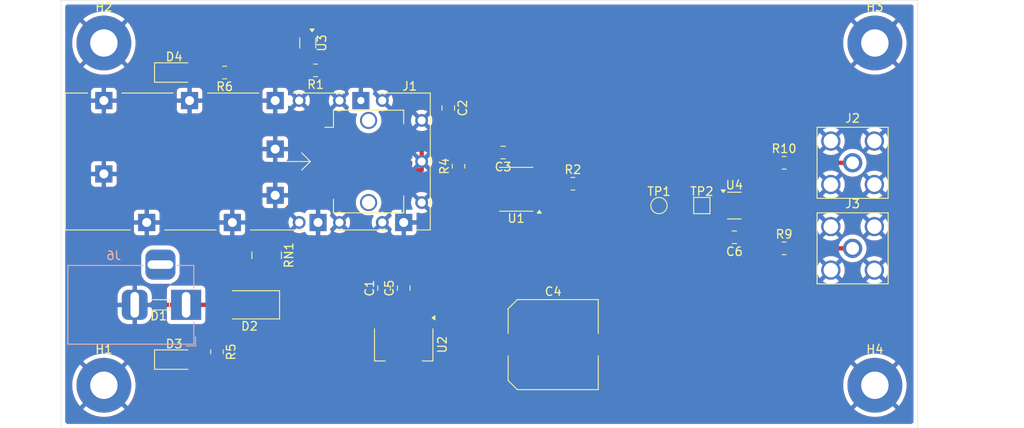
<source format=kicad_pcb>
(kicad_pcb (version 20241229) (generator "pcbnew") (generator_version "9.0")
  (title_block (title "Distribution Amplifier – Project Caroline") (date "2025-04-26") (rev "A") (company "B4CKSP4CE") (comment 1 "CERN-OHL-S") (comment 2 "@heyflo"))
  (layers (0 "F.Cu" signal) (2 "B.Cu" signal) (25 "Edge.Cuts" user))
  (net 0 "")
  (net 1 "GND")
  (net 3 "Net-(J1-RATE_SELECT)")
  (net 4 "/SFP_RD+")
  (net 6 "Net-(J1-MOD_DEF0)")
  (net 7 "Net-(J1-MOD_DEF2)")
  (net 9 "/SFP_RD-")
  (net 11 "Net-(J1-MOD_DEF1)")
  (net 13 "/SFP_LOS")
  (net 14 "Net-(U1-DE)")
  (net 16 "Net-(J3-In)")
  (net 18 "Net-(D2-K)")
  (net 19 "/CLK")
  (net 20 "+3V3")
  (net 21 "Net-(D3-A)")
  (net 22 "Net-(R9-Pad1)")
  (net 23 "Net-(R10-Pad1)")
  (net 24 "Net-(D1-K)")
  (net 25 "Net-(R6-Pad1)")
  (net 26 "Net-(D4-A)")
  (net 27 "Net-(J2-In)")
  (footprint "Resistor_SMD:R_Array_Concave_4x0603" (layer "F.Cu") (at 124 79.8 -90)
    (property "Reference" "RN1" (at 0 -2.6 90) (layer "F.SilkS"))
    (property "Value" "CAT16-472J4")
    (fp_line (start 0.4 1.72) (end -0.4 1.72) (stroke (width 0.12)) (layer "F.SilkS"))
    (fp_line (start 0.4 -1.72) (end -0.4 -1.72) (stroke (width 0.12)) (layer "F.SilkS"))
    (pad "1" smd rect (at -0.85 -1.2 270) (size 0.9 0.4) (layers "F.Cu" "F.Mask" "F.Paste") (net 3 "Net-(J1-RATE_SELECT)"))
    (pad "2" smd rect (at -0.85 -0.4 270) (size 0.9 0.4) (layers "F.Cu" "F.Mask" "F.Paste") (net 6 "Net-(J1-MOD_DEF0)"))
    (pad "3" smd rect (at -0.85 0.4 270) (size 0.9 0.4) (layers "F.Cu" "F.Mask" "F.Paste") (net 11 "Net-(J1-MOD_DEF1)"))
    (pad "4" smd rect (at -0.85 1.2 270) (size 0.9 0.4) (layers "F.Cu" "F.Mask" "F.Paste") (net 7 "Net-(J1-MOD_DEF2)"))
    (pad "5" smd rect (at 0.85 1.2 270) (size 0.9 0.4) (layers "F.Cu" "F.Mask" "F.Paste") (net 20 "+3V3"))
    (pad "6" smd rect (at 0.85 0.4 270) (size 0.9 0.4) (layers "F.Cu" "F.Mask" "F.Paste") (net 20 "+3V3"))
    (pad "7" smd rect (at 0.85 -0.4 270) (size 0.9 0.4) (layers "F.Cu" "F.Mask" "F.Paste") (net 20 "+3V3"))
    (pad "8" smd rect (at 0.85 -1.2 270) (size 0.9 0.4) (layers "F.Cu" "F.Mask" "F.Paste") (net 20 "+3V3"))
  )
  (footprint "Capacitor_SMD:C_0805_2012Metric" (layer "F.Cu") (at 140 83.65 90)
    (property "Reference" "C5" (at 0 -1.68 90) (layer "F.SilkS"))
    (property "Value" "10uF 16V")
    (fp_line (start -0.261252 -0.735) (end 0.261252 -0.735) (stroke (width 0.12)) (layer "F.SilkS"))
    (fp_line (start -0.261252 0.735) (end 0.261252 0.735) (stroke (width 0.12)) (layer "F.SilkS"))
    (pad "1" smd roundrect (at -0.95 0 90) (size 1 1.45) (layers "F.Cu" "F.Mask" "F.Paste") (net 20 "+3V3"))
    (pad "2" smd roundrect (at 0.95 0 90) (size 1 1.45) (layers "F.Cu" "F.Mask" "F.Paste") (net 1 "GND"))
  )
  (footprint "Capacitor_SMD:C_0805_2012Metric" (layer "F.Cu") (at 145.2 62.6 -90)
    (property "Reference" "C2" (at 0 -1.68 90) (layer "F.SilkS"))
    (property "Value" "0.1uF 6.3V")
    (fp_line (start -0.261252 0.735) (end 0.261252 0.735) (stroke (width 0.12)) (layer "F.SilkS"))
    (fp_line (start -0.261252 -0.735) (end 0.261252 -0.735) (stroke (width 0.12)) (layer "F.SilkS"))
    (pad "1" smd roundrect (at -0.95 0 270) (size 1 1.45) (layers "F.Cu" "F.Mask" "F.Paste") (net 20 "+3V3"))
    (pad "2" smd roundrect (at 0.95 0 270) (size 1 1.45) (layers "F.Cu" "F.Mask" "F.Paste") (net 1 "GND"))
  )
  (footprint "Package_SO:SOIC-8_3.9x4.9mm_P1.27mm" (layer "F.Cu") (at 153.125 72.095 180)
    (property "Reference" "U1" (at 0 -3.4 0) (layer "F.SilkS"))
    (property "Value" "SN65MLVD200AD")
    (fp_line (start 0 2.56) (end 1.95 2.56) (stroke (width 0.12)) (layer "F.SilkS"))
    (fp_line (start 0 2.56) (end -1.95 2.56) (stroke (width 0.12)) (layer "F.SilkS"))
    (fp_line (start 0 -2.56) (end 1.95 -2.56) (stroke (width 0.12)) (layer "F.SilkS"))
    (fp_line (start 0 -2.56) (end -1.95 -2.56) (stroke (width 0.12)) (layer "F.SilkS"))
    (fp_poly (pts (xy -2.7 -2.465) (xy -2.94 -2.795) (xy -2.46 -2.795)) (stroke (width 0.12)) (fill yes) (layer "F.SilkS"))
    (pad "1" smd roundrect (at -2.475 -1.905 180) (size 1.95 0.6) (layers "F.Cu" "F.Mask" "F.Paste") (net 19 "/CLK"))
    (pad "2" smd roundrect (at -2.475 -0.635 180) (size 1.95 0.6) (layers "F.Cu" "F.Mask" "F.Paste") (net 14 "Net-(U1-DE)"))
    (pad "3" smd roundrect (at -2.475 0.635 180) (size 1.95 0.6) (layers "F.Cu" "F.Mask" "F.Paste") (net 14 "Net-(U1-DE)"))
    (pad "4" smd roundrect (at -2.475 1.905 180) (size 1.95 0.6) (layers "F.Cu" "F.Mask" "F.Paste"))
    (pad "5" smd roundrect (at 2.475 1.905 180) (size 1.95 0.6) (layers "F.Cu" "F.Mask" "F.Paste") (net 1 "GND"))
    (pad "6" smd roundrect (at 2.475 0.635 180) (size 1.95 0.6) (layers "F.Cu" "F.Mask" "F.Paste") (net 9 "/SFP_RD-"))
    (pad "7" smd roundrect (at 2.475 -0.635 180) (size 1.95 0.6) (layers "F.Cu" "F.Mask" "F.Paste") (net 4 "/SFP_RD+"))
    (pad "8" smd roundrect (at 2.475 -1.905 180) (size 1.95 0.6) (layers "F.Cu" "F.Mask" "F.Paste") (net 20 "+3V3"))
  )
  (footprint "Resistor_SMD:R_0805_2012Metric" (layer "F.Cu") (at 119.1 58.45 180)
    (property "Reference" "R6" (at 0 -1.65 0) (layer "F.SilkS"))
    (property "Value" "470R")
    (fp_line (start -0.227064 0.735) (end 0.227064 0.735) (stroke (width 0.12)) (layer "F.SilkS"))
    (fp_line (start -0.227064 -0.735) (end 0.227064 -0.735) (stroke (width 0.12)) (layer "F.SilkS"))
    (pad "1" smd roundrect (at -0.9125 0 180) (size 1.025 1.4) (layers "F.Cu" "F.Mask" "F.Paste") (roundrect_rratio 0.243902) (net 25 "Net-(R6-Pad1)"))
    (pad "2" smd roundrect (at 0.9125 0 180) (size 1.025 1.4) (layers "F.Cu" "F.Mask" "F.Paste") (roundrect_rratio 0.243902) (net 26 "Net-(D4-A)"))
  )
  (footprint "Capacitor_SMD:C_0805_2012Metric" (layer "F.Cu") (at 137.7 83.65 90)
    (property "Reference" "C1" (at 0 -1.68 90) (layer "F.SilkS"))
    (property "Value" "10uF 16V")
    (fp_line (start -0.261252 -0.735) (end 0.261252 -0.735) (stroke (width 0.12)) (layer "F.SilkS"))
    (fp_line (start -0.261252 0.735) (end 0.261252 0.735) (stroke (width 0.12)) (layer "F.SilkS"))
    (pad "1" smd roundrect (at -0.95 0 90) (size 1 1.45) (layers "F.Cu" "F.Mask" "F.Paste") (net 18 "Net-(D2-K)"))
    (pad "2" smd roundrect (at 0.95 0 90) (size 1 1.45) (layers "F.Cu" "F.Mask" "F.Paste") (net 1 "GND"))
  )
  (footprint "Connector_Coaxial:SMA_Amphenol_132203-12_Horizontal" (layer "F.Cu") (at 192.4 69 -90)
    (property "Reference" "J2" (at -5.2 0 0) (layer "F.SilkS"))
    (property "Value" "CLK1")
    (fp_line (start -4.15 4.15) (end 4.15 4.15) (stroke (width 0.12)) (layer "F.SilkS"))
    (fp_line (start -4.15 -4.15) (end -4.15 4.15) (stroke (width 0.12)) (layer "F.SilkS"))
    (fp_line (start -4.15 -4.15) (end 4.15 -4.15) (stroke (width 0.12)) (layer "F.SilkS"))
    (fp_line (start 4.15 -4.15) (end 4.15 4.15) (stroke (width 0.12)) (layer "F.SilkS"))
    (pad "1" thru_hole circle (at 0 0 270) (size 2.25 2.25) (drill 1.5) (layers "*.Cu" "*.Mask") (net 27 "Net-(J2-In)"))
    (pad "2" thru_hole circle (at -2.54 -2.54 270) (size 2.25 2.25) (drill 1.7) (layers "*.Cu" "*.Mask") (net 1 "GND"))
    (pad "2" thru_hole circle (at -2.54 2.54 270) (size 2.25 2.25) (drill 1.7) (layers "*.Cu" "*.Mask") (net 1 "GND"))
    (pad "2" thru_hole circle (at 2.54 -2.54 270) (size 2.25 2.25) (drill 1.7) (layers "*.Cu" "*.Mask") (net 1 "GND"))
    (pad "2" thru_hole circle (at 2.54 2.54) (size 2.25 2.25) (drill 1.7) (layers "*.Cu" "*.Mask") (net 1 "GND"))
  )
  (footprint "MountingHole:MountingHole_3.2mm_M3_Pad_TopBottom" (layer "F.Cu") (at 105 95)
    (property "Reference" "H1" (at 0 -4.2 0) (layer "F.SilkS"))
    (property "Value" "M3 Pad Hole")
    (pad "1" thru_hole circle (at 0 0) (size 3.6 3.6) (drill 3.2) (layers "*.Cu" "*.Mask") (net 1 "GND"))
    (pad "1" connect circle (at 0 0) (size 6.4 6.4) (layers "F.Cu" "F.Mask") (net 1 "GND"))
    (pad "1" connect circle (at 0 0) (size 6.4 6.4) (layers "B.Cu" "B.Mask") (net 1 "GND"))
  )
  (footprint "Resistor_SMD:R_0805_2012Metric" (layer "F.Cu") (at 118.2 91.1 -90)
    (property "Reference" "R5" (at 0 -1.65 90) (layer "F.SilkS"))
    (property "Value" "470R")
    (fp_line (start -0.227064 0.735) (end 0.227064 0.735) (stroke (width 0.12)) (layer "F.SilkS"))
    (fp_line (start -0.227064 -0.735) (end 0.227064 -0.735) (stroke (width 0.12)) (layer "F.SilkS"))
    (pad "1" smd roundrect (at -0.9125 0 270) (size 1.025 1.4) (layers "F.Cu" "F.Mask" "F.Paste") (roundrect_rratio 0.243902) (net 20 "+3V3"))
    (pad "2" smd roundrect (at 0.9125 0 270) (size 1.025 1.4) (layers "F.Cu" "F.Mask" "F.Paste") (roundrect_rratio 0.243902) (net 21 "Net-(D3-A)"))
  )
  (footprint "MountingHole:MountingHole_3.2mm_M3_Pad_TopBottom" (layer "F.Cu") (at 195 55)
    (property "Reference" "H3" (at 0 -4.2 0) (layer "F.SilkS"))
    (property "Value" "M3 Pad Hole")
    (pad "1" thru_hole circle (at 0 0) (size 3.6 3.6) (drill 3.2) (layers "*.Cu" "*.Mask") (net 1 "GND"))
    (pad "1" connect circle (at 0 0) (size 6.4 6.4) (layers "F.Cu" "F.Mask") (net 1 "GND"))
    (pad "1" connect circle (at 0 0) (size 6.4 6.4) (layers "B.Cu" "B.Mask") (net 1 "GND"))
  )
  (footprint "Resistor_SMD:R_0805_2012Metric" (layer "F.Cu") (at 129.7125 58.2 180)
    (property "Reference" "R1" (at 0 -1.65 0) (layer "F.SilkS"))
    (property "Value" "5K1")
    (fp_line (start -0.227064 0.735) (end 0.227064 0.735) (stroke (width 0.12)) (layer "F.SilkS"))
    (fp_line (start -0.227064 -0.735) (end 0.227064 -0.735) (stroke (width 0.12)) (layer "F.SilkS"))
    (pad "1" smd roundrect (at -0.9125 0 180) (size 1.025 1.4) (layers "F.Cu" "F.Mask" "F.Paste") (roundrect_rratio 0.243902) (net 20 "+3V3"))
    (pad "2" smd roundrect (at 0.9125 0 180) (size 1.025 1.4) (layers "F.Cu" "F.Mask" "F.Paste") (roundrect_rratio 0.243902) (net 13 "/SFP_LOS"))
  )
  (footprint "Resistor_SMD:R_0805_2012Metric" (layer "F.Cu") (at 184.4 79)
    (property "Reference" "R9" (at 0 -1.65 0) (layer "F.SilkS"))
    (property "Value" "33R")
    (fp_line (start -0.227064 -0.735) (end 0.227064 -0.735) (stroke (width 0.12)) (layer "F.SilkS"))
    (fp_line (start -0.227064 0.735) (end 0.227064 0.735) (stroke (width 0.12)) (layer "F.SilkS"))
    (pad "1" smd roundrect (at -0.9125 0) (size 1.025 1.4) (layers "F.Cu" "F.Mask" "F.Paste") (roundrect_rratio 0.243902) (net 22 "Net-(R9-Pad1)"))
    (pad "2" smd roundrect (at 0.9125 0) (size 1.025 1.4) (layers "F.Cu" "F.Mask" "F.Paste") (roundrect_rratio 0.243902) (net 16 "Net-(J3-In)"))
  )
  (footprint "LED_SMD:LED_1206_3216Metric" (layer "F.Cu") (at 113.2 58.45)
    (property "Reference" "D4" (at 0 -1.83 0) (layer "F.SilkS"))
    (property "Value" "Blue")
    (fp_line (start -2.285 -1.135) (end -2.285 1.135) (stroke (width 0.12)) (layer "F.SilkS"))
    (fp_line (start -2.285 1.135) (end 1.6 1.135) (stroke (width 0.12)) (layer "F.SilkS"))
    (fp_line (start 1.6 -1.135) (end -2.285 -1.135) (stroke (width 0.12)) (layer "F.SilkS"))
    (pad "1" smd roundrect (at -1.4 0) (size 1.25 1.75) (layers "F.Cu" "F.Mask" "F.Paste") (roundrect_rratio 0.2) (net 1 "GND"))
    (pad "2" smd roundrect (at 1.4 0) (size 1.25 1.75) (layers "F.Cu" "F.Mask" "F.Paste") (roundrect_rratio 0.2) (net 26 "Net-(D4-A)"))
  )
  (footprint "MountingHole:MountingHole_3.2mm_M3_Pad_TopBottom" (layer "F.Cu") (at 195 95)
    (property "Reference" "H4" (at 0 -4.2 0) (layer "F.SilkS"))
    (property "Value" "M3 Pad Hole")
    (pad "1" thru_hole circle (at 0 0) (size 3.6 3.6) (drill 3.2) (layers "*.Cu" "*.Mask") (net 1 "GND"))
    (pad "1" connect circle (at 0 0) (size 6.4 6.4) (layers "F.Cu" "F.Mask") (net 1 "GND"))
    (pad "1" connect circle (at 0 0) (size 6.4 6.4) (layers "B.Cu" "B.Mask") (net 1 "GND"))
  )
  (footprint "MountingHole:MountingHole_3.2mm_M3_Pad_TopBottom" (layer "F.Cu") (at 105 55)
    (property "Reference" "H2" (at 0 -4.2 0) (layer "F.SilkS"))
    (property "Value" "M3 Pad Hole")
    (pad "1" thru_hole circle (at 0 0) (size 3.6 3.6) (drill 3.2) (layers "*.Cu" "*.Mask") (net 1 "GND"))
    (pad "1" connect circle (at 0 0) (size 6.4 6.4) (layers "F.Cu" "F.Mask") (net 1 "GND"))
    (pad "1" connect circle (at 0 0) (size 6.4 6.4) (layers "B.Cu" "B.Mask") (net 1 "GND"))
  )
  (footprint "Package_TO_SOT_SMD:SOT-23-6" (layer "F.Cu") (at 178.6 74)
    (property "Reference" "U4" (at 0 -2.4 0) (layer "F.SilkS"))
    (property "Value" "74LVC2G17")
    (fp_line (start 0 -1.56) (end -0.8 -1.56) (stroke (width 0.12)) (layer "F.SilkS"))
    (fp_line (start 0 -1.56) (end 0.8 -1.56) (stroke (width 0.12)) (layer "F.SilkS"))
    (fp_line (start 0 1.56) (end -0.8 1.56) (stroke (width 0.12)) (layer "F.SilkS"))
    (fp_line (start 0 1.56) (end 0.8 1.56) (stroke (width 0.12)) (layer "F.SilkS"))
    (fp_poly (pts (xy -1.3 -1.51) (xy -1.54 -1.84) (xy -1.06 -1.84)) (stroke (width 0.12)) (fill yes) (layer "F.SilkS"))
    (pad "1" smd roundrect (at -1.1375 -0.95) (size 1.325 0.6) (layers "F.Cu" "F.Mask" "F.Paste") (net 19 "/CLK"))
    (pad "2" smd roundrect (at -1.1375 0) (size 1.325 0.6) (layers "F.Cu" "F.Mask" "F.Paste") (net 1 "GND"))
    (pad "3" smd roundrect (at -1.1375 0.95) (size 1.325 0.6) (layers "F.Cu" "F.Mask" "F.Paste") (net 19 "/CLK"))
    (pad "4" smd roundrect (at 1.1375 0.95) (size 1.325 0.6) (layers "F.Cu" "F.Mask" "F.Paste") (net 22 "Net-(R9-Pad1)"))
    (pad "5" smd roundrect (at 1.1375 0) (size 1.325 0.6) (layers "F.Cu" "F.Mask" "F.Paste") (net 20 "+3V3"))
    (pad "6" smd roundrect (at 1.1375 -0.95) (size 1.325 0.6) (layers "F.Cu" "F.Mask" "F.Paste") (net 23 "Net-(R10-Pad1)"))
  )
  (footprint "BKSP:Connector_SFP_Cage_NoKeepout" (layer "F.Cu") (at 142.1 68.85)
    (property "Reference" "J1" (at -1.4 -8.8 0) (layer "F.SilkS"))
    (property "Value" "SFP")
    (fp_line (start -41.6 8) (end -41.6 -8) (stroke (width 0.12)) (layer "F.SilkS"))
    (fp_line (start -39 -8) (end -41.6 -8) (stroke (width 0.12)) (layer "F.SilkS"))
    (fp_line (start -34 8) (end -41.6 8) (stroke (width 0.12)) (layer "F.SilkS"))
    (fp_line (start -30 8) (end -24 8) (stroke (width 0.12)) (layer "F.SilkS"))
    (fp_line (start -29 -8) (end -35 -8) (stroke (width 0.12)) (layer "F.SilkS"))
    (fp_line (start -20 8) (end -14 8) (stroke (width 0.12)) (layer "F.SilkS"))
    (fp_line (start -19 -8) (end -25 -8) (stroke (width 0.12)) (layer "F.SilkS"))
    (fp_line (start -13 0) (end -16 0) (stroke (width 0.12)) (layer "F.SilkS"))
    (fp_line (start -13 0) (end -14 -1) (stroke (width 0.12)) (layer "F.SilkS"))
    (fp_line (start -13 0) (end -14 1) (stroke (width 0.12)) (layer "F.SilkS"))
    (fp_line (start -10.3 -6) (end -10.3 -4) (stroke (width 0.12)) (layer "F.SilkS"))
    (fp_line (start -10.3 -4) (end -11.3 -4) (stroke (width 0.12)) (layer "F.SilkS"))
    (fp_line (start -10.3 4.4) (end -10.3 6) (stroke (width 0.12)) (layer "F.SilkS"))
    (fp_line (start -10 8) (end -4 8) (stroke (width 0.12)) (layer "F.SilkS"))
    (fp_line (start -9 -8) (end -15 -8) (stroke (width 0.12)) (layer "F.SilkS"))
    (fp_line (start -2.1 -6) (end -10.3 -6) (stroke (width 0.12)) (layer "F.SilkS"))
    (fp_line (start -2.1 -4.4) (end -2.1 -6) (stroke (width 0.12)) (layer "F.SilkS"))
    (fp_line (start -2.1 4) (end -2.1 6) (stroke (width 0.12)) (layer "F.SilkS"))
    (fp_line (start -2.1 6) (end -10.3 6) (stroke (width 0.12)) (layer "F.SilkS"))
    (fp_line (start -0.7 8) (end 1 8) (stroke (width 0.12)) (layer "F.SilkS"))
    (fp_line (start 1 -8) (end -5 -8) (stroke (width 0.12)) (layer "F.SilkS"))
    (fp_line (start 1 8) (end 1 -8) (stroke (width 0.12)) (layer "F.SilkS"))
    (pad "" np_thru_hole circle (at -6.2 -4.8) (size 2 2) (drill 1.55) (layers "*.Cu" "*.Mask"))
    (pad "" np_thru_hole circle (at -6.2 4.8) (size 2 2) (drill 1.55) (layers "*.Cu" "*.Mask"))
    (pad "1" smd rect (at -10.3 -3.4) (size 2 0.5) (layers "F.Cu" "F.Mask" "F.Paste") (net 1 "GND"))
    (pad "2" smd rect (at -10.3 -2.6) (size 2 0.5) (layers "F.Cu" "F.Mask" "F.Paste"))
    (pad "3" smd rect (at -10.3 -1.8) (size 2 0.5) (layers "F.Cu" "F.Mask" "F.Paste"))
    (pad "4" smd rect (at -10.3 -1) (size 2 0.5) (layers "F.Cu" "F.Mask" "F.Paste") (net 7 "Net-(J1-MOD_DEF2)"))
    (pad "5" smd rect (at -10.3 -0.2) (size 2 0.5) (layers "F.Cu" "F.Mask" "F.Paste") (net 11 "Net-(J1-MOD_DEF1)"))
    (pad "6" smd rect (at -10.3 0.6) (size 2 0.5) (layers "F.Cu" "F.Mask" "F.Paste") (net 6 "Net-(J1-MOD_DEF0)"))
    (pad "7" smd rect (at -10.3 1.4) (size 2 0.5) (layers "F.Cu" "F.Mask" "F.Paste") (net 3 "Net-(J1-RATE_SELECT)"))
    (pad "8" smd rect (at -10.3 2.2) (size 2 0.5) (layers "F.Cu" "F.Mask" "F.Paste") (net 13 "/SFP_LOS"))
    (pad "9" smd rect (at -10.3 3) (size 2 0.5) (layers "F.Cu" "F.Mask" "F.Paste") (net 1 "GND"))
    (pad "10" smd rect (at -10.3 3.8) (size 2 0.5) (layers "F.Cu" "F.Mask" "F.Paste") (net 1 "GND"))
    (pad "11" smd rect (at -2.1 3.4) (size 2 0.5) (layers "F.Cu" "F.Mask" "F.Paste") (net 1 "GND"))
    (pad "12" smd rect (at -2.1 2.6) (size 2 0.5) (layers "F.Cu" "F.Mask" "F.Paste") (net 9 "/SFP_RD-"))
    (pad "13" smd rect (at -2.1 1.8) (size 2 0.5) (layers "F.Cu" "F.Mask" "F.Paste") (net 4 "/SFP_RD+"))
    (pad "14" smd rect (at -2.1 1) (size 2 0.5) (layers "F.Cu" "F.Mask" "F.Paste") (net 1 "GND"))
    (pad "15" smd rect (at -2.1 0.2) (size 2 0.5) (layers "F.Cu" "F.Mask" "F.Paste") (net 20 "+3V3"))
    (pad "16" smd rect (at -2.1 -0.6) (size 2 0.5) (layers "F.Cu" "F.Mask" "F.Paste"))
    (pad "17" smd rect (at -2.1 -1.4) (size 2 0.5) (layers "F.Cu" "F.Mask" "F.Paste") (net 1 "GND"))
    (pad "18" smd rect (at -2.1 -2.2) (size 2 0.5) (layers "F.Cu" "F.Mask" "F.Paste"))
    (pad "19" smd rect (at -2.1 -3) (size 2 0.5) (layers "F.Cu" "F.Mask" "F.Paste"))
    (pad "20" smd rect (at -2.1 -3.8) (size 2 0.5) (layers "F.Cu" "F.Mask" "F.Paste") (net 1 "GND"))
    (pad "CAGE" thru_hole rect (at -37.1 -7.125) (size 2 2) (drill 1.05) (layers "*.Cu" "*.Mask") (net 1 "GND"))
    (pad "CAGE" thru_hole rect (at -37.1 1.45) (size 2 2) (drill 1.05) (layers "*.Cu" "*.Mask") (net 1 "GND"))
    (pad "CAGE" thru_hole rect (at -32.1 7.125) (size 2 2) (drill 1.05) (layers "*.Cu" "*.Mask") (net 1 "GND"))
    (pad "CAGE" thru_hole rect (at -27.1 -7.125) (size 2 2) (drill 1.05) (layers "*.Cu" "*.Mask") (net 1 "GND"))
    (pad "CAGE" thru_hole rect (at -22.1 7.125) (size 2 2) (drill 1.05) (layers "*.Cu" "*.Mask") (net 1 "GND"))
    (pad "CAGE" thru_hole rect (at -17.1 -7.125) (size 2 2) (drill 1.05) (layers "*.Cu" "*.Mask") (net 1 "GND"))
    (pad "CAGE" thru_hole rect (at -17.1 -1.45) (size 2 2) (drill 1.05) (layers "*.Cu" "*.Mask") (net 1 "GND"))
    (pad "CAGE" thru_hole rect (at -17.1 3.95) (size 2 2) (drill 1.05) (layers "*.Cu" "*.Mask") (net 1 "GND"))
    (pad "CAGE" thru_hole circle (at -14.3 -7.125) (size 1.5 1.5) (drill 0.95) (layers "*.Cu" "*.Mask") (net 1 "GND"))
    (pad "CAGE" thru_hole circle (at -14.3 7.125) (size 1.5 1.5) (drill 0.95) (layers "*.Cu" "*.Mask") (net 1 "GND"))
    (pad "CAGE" thru_hole rect (at -12.1 7.125) (size 2 2) (drill 1.05) (layers "*.Cu" "*.Mask") (net 1 "GND"))
    (pad "CAGE" thru_hole circle (at -9.6 -7.125) (size 1.5 1.5) (drill 0.95) (layers "*.Cu" "*.Mask") (net 1 "GND"))
    (pad "CAGE" thru_hole circle (at -9.6 7.125) (size 1.5 1.5) (drill 0.95) (layers "*.Cu" "*.Mask") (net 1 "GND"))
    (pad "CAGE" thru_hole rect (at -7.1 -7.125) (size 2 2) (drill 0.85) (layers "*.Cu" "*.Mask") (net 1 "GND"))
    (pad "CAGE" thru_hole circle (at -4.6 -7.125) (size 1.5 1.5) (drill 0.95) (layers "*.Cu" "*.Mask") (net 1 "GND"))
    (pad "CAGE" thru_hole circle (at -4.6 7.125) (size 1.5 1.5) (drill 0.95) (layers "*.Cu" "*.Mask") (net 1 "GND"))
    (pad "CAGE" thru_hole rect (at -2.1 7.125) (size 2 2) (drill 1.05) (layers "*.Cu" "*.Mask") (net 1 "GND"))
    (pad "CAGE" thru_hole circle (at 0 -4.8) (size 1.5 1.5) (drill 0.95) (layers "*.Cu" "*.Mask") (net 1 "GND"))
    (pad "CAGE" thru_hole circle (at 0 0) (size 1.5 1.5) (drill 0.95) (layers "*.Cu" "*.Mask") (net 1 "GND"))
    (pad "CAGE" thru_hole circle (at 0 4.8) (size 1.5 1.5) (drill 0.95) (layers "*.Cu" "*.Mask") (net 1 "GND"))
  )
  (footprint "Capacitor_SMD:C_Elec_10x10.2" (layer "F.Cu") (at 157.45 90.25)
    (property "Reference" "C4" (at 0 -6.2 0) (layer "F.SilkS"))
    (property "Value" "470uF 16V")
    (fp_line (start -5.26 -4.195563) (end -5.26 -1.31) (stroke (width 0.12)) (layer "F.SilkS"))
    (fp_line (start -5.26 -4.195563) (end -4.195563 -5.26) (stroke (width 0.12)) (layer "F.SilkS"))
    (fp_line (start -5.26 4.195563) (end -5.26 1.31) (stroke (width 0.12)) (layer "F.SilkS"))
    (fp_line (start -5.26 4.195563) (end -4.195563 5.26) (stroke (width 0.12)) (layer "F.SilkS"))
    (fp_line (start -4.195563 -5.26) (end 5.26 -5.26) (stroke (width 0.12)) (layer "F.SilkS"))
    (fp_line (start -4.195563 5.26) (end 5.26 5.26) (stroke (width 0.12)) (layer "F.SilkS"))
    (fp_line (start 5.26 -5.26) (end 5.26 -1.31) (stroke (width 0.12)) (layer "F.SilkS"))
    (fp_line (start 5.26 5.26) (end 5.26 1.31) (stroke (width 0.12)) (layer "F.SilkS"))
    (pad "1" smd roundrect (at -4.4 0) (size 4.6 2.1) (layers "F.Cu" "F.Mask" "F.Paste") (roundrect_rratio 0.119048) (net 20 "+3V3"))
    (pad "2" smd roundrect (at 4.4 0) (size 4.6 2.1) (layers "F.Cu" "F.Mask" "F.Paste") (roundrect_rratio 0.119048) (net 1 "GND"))
  )
  (footprint "Capacitor_SMD:C_0805_2012Metric" (layer "F.Cu") (at 178.6 77.7 180)
    (property "Reference" "C6" (at 0 -1.68 0) (layer "F.SilkS"))
    (property "Value" "0.1uF 6.3V")
    (fp_line (start -0.261252 0.735) (end 0.261252 0.735) (stroke (width 0.12)) (layer "F.SilkS"))
    (fp_line (start -0.261252 -0.735) (end 0.261252 -0.735) (stroke (width 0.12)) (layer "F.SilkS"))
    (pad "1" smd roundrect (at -0.95 0 180) (size 1 1.45) (layers "F.Cu" "F.Mask" "F.Paste") (net 20 "+3V3"))
    (pad "2" smd roundrect (at 0.95 0 180) (size 1 1.45) (layers "F.Cu" "F.Mask" "F.Paste") (net 1 "GND"))
  )
  (footprint "Diode_SMD:D_SMA" (layer "F.Cu") (at 122 85.6 180)
    (property "Reference" "D2" (at 0 -2.5 0) (layer "F.SilkS"))
    (property "Value" "SS14")
    (fp_line (start -3.51 1.65) (end 2 1.65) (stroke (width 0.12)) (layer "F.SilkS"))
    (fp_line (start -3.51 -1.65) (end 2 -1.65) (stroke (width 0.12)) (layer "F.SilkS"))
    (fp_line (start -3.51 -1.65) (end -3.51 1.65) (stroke (width 0.12)) (layer "F.SilkS"))
    (pad "1" smd roundrect (at -2 0 180) (size 2.5 1.8) (layers "F.Cu" "F.Mask" "F.Paste") (roundrect_rratio 0.1388888889) (net 18 "Net-(D2-K)"))
    (pad "2" smd roundrect (at 2 0 180) (size 2.5 1.8) (layers "F.Cu" "F.Mask" "F.Paste") (roundrect_rratio 0.1388888889) (net 24 "Net-(D1-K)"))
  )
  (footprint "Resistor_SMD:R_0805_2012Metric" (layer "F.Cu") (at 159.75 71.45)
    (property "Reference" "R2" (at 0 -1.65 0) (layer "F.SilkS"))
    (property "Value" "5K1")
    (fp_line (start -0.227064 -0.735) (end 0.227064 -0.735) (stroke (width 0.12)) (layer "F.SilkS"))
    (fp_line (start -0.227064 0.735) (end 0.227064 0.735) (stroke (width 0.12)) (layer "F.SilkS"))
    (pad "1" smd roundrect (at -0.9125 0) (size 1.025 1.4) (layers "F.Cu" "F.Mask" "F.Paste") (roundrect_rratio 0.243902) (net 14 "Net-(U1-DE)"))
    (pad "2" smd roundrect (at 0.9125 0) (size 1.025 1.4) (layers "F.Cu" "F.Mask" "F.Paste") (roundrect_rratio 0.243902) (net 1 "GND"))
  )
  (footprint "Package_TO_SOT_SMD:SOT-553" (layer "F.Cu") (at 128.8 55 -90)
    (property "Reference" "U3" (at 0 -1.65 90) (layer "F.SilkS"))
    (property "Value" "74LVC1GU04DRL")
    (fp_line (start 0 0.935) (end -0.6 0.935) (stroke (width 0.12)) (layer "F.SilkS"))
    (fp_line (start 0 0.935) (end 0.6 0.935) (stroke (width 0.12)) (layer "F.SilkS"))
    (fp_line (start 0 -0.935) (end -0.6 -0.935) (stroke (width 0.12)) (layer "F.SilkS"))
    (fp_line (start 0 -0.935) (end 0.6 -0.935) (stroke (width 0.12)) (layer "F.SilkS"))
    (fp_poly (pts (xy -1.31 -0.5) (xy -1.64 -0.26) (xy -1.64 -0.74)) (stroke (width 0.12)) (fill yes) (layer "F.SilkS"))
    (pad "1" smd roundrect (at -0.7125 -0.5 270) (size 0.675 0.35) (layers "F.Cu" "F.Mask" "F.Paste"))
    (pad "2" smd roundrect (at -0.7125 0 270) (size 0.675 0.35) (layers "F.Cu" "F.Mask" "F.Paste") (net 13 "/SFP_LOS"))
    (pad "3" smd roundrect (at -0.7125 0.5 270) (size 0.675 0.35) (layers "F.Cu" "F.Mask" "F.Paste") (net 1 "GND"))
    (pad "4" smd roundrect (at 0.7125 0.5 270) (size 0.675 0.35) (layers "F.Cu" "F.Mask" "F.Paste") (net 25 "Net-(R6-Pad1)"))
    (pad "5" smd roundrect (at 0.7125 -0.5 270) (size 0.675 0.35) (layers "F.Cu" "F.Mask" "F.Paste") (net 20 "+3V3"))
  )
  (footprint "LED_SMD:LED_1206_3216Metric" (layer "F.Cu") (at 113.2 92)
    (property "Reference" "D3" (at 0 -1.83 0) (layer "F.SilkS"))
    (property "Value" "Amber")
    (fp_line (start -2.285 -1.135) (end -2.285 1.135) (stroke (width 0.12)) (layer "F.SilkS"))
    (fp_line (start -2.285 1.135) (end 1.6 1.135) (stroke (width 0.12)) (layer "F.SilkS"))
    (fp_line (start 1.6 -1.135) (end -2.285 -1.135) (stroke (width 0.12)) (layer "F.SilkS"))
    (pad "1" smd roundrect (at -1.4 0) (size 1.25 1.75) (layers "F.Cu" "F.Mask" "F.Paste") (roundrect_rratio 0.2) (net 1 "GND"))
    (pad "2" smd roundrect (at 1.4 0) (size 1.25 1.75) (layers "F.Cu" "F.Mask" "F.Paste") (roundrect_rratio 0.2) (net 21 "Net-(D3-A)"))
  )
  (footprint "Connector_Coaxial:SMA_Amphenol_132203-12_Horizontal" (layer "F.Cu") (at 192.4 79 -90)
    (property "Reference" "J3" (at -5.2 0 0) (layer "F.SilkS"))
    (property "Value" "CLK2")
    (fp_line (start -4.15 4.15) (end 4.15 4.15) (stroke (width 0.12)) (layer "F.SilkS"))
    (fp_line (start -4.15 -4.15) (end -4.15 4.15) (stroke (width 0.12)) (layer "F.SilkS"))
    (fp_line (start -4.15 -4.15) (end 4.15 -4.15) (stroke (width 0.12)) (layer "F.SilkS"))
    (fp_line (start 4.15 -4.15) (end 4.15 4.15) (stroke (width 0.12)) (layer "F.SilkS"))
    (pad "1" thru_hole circle (at 0 0 270) (size 2.25 2.25) (drill 1.5) (layers "*.Cu" "*.Mask") (net 16 "Net-(J3-In)"))
    (pad "2" thru_hole circle (at -2.54 -2.54 270) (size 2.25 2.25) (drill 1.7) (layers "*.Cu" "*.Mask") (net 1 "GND"))
    (pad "2" thru_hole circle (at -2.54 2.54 270) (size 2.25 2.25) (drill 1.7) (layers "*.Cu" "*.Mask") (net 1 "GND"))
    (pad "2" thru_hole circle (at 2.54 -2.54 270) (size 2.25 2.25) (drill 1.7) (layers "*.Cu" "*.Mask") (net 1 "GND"))
    (pad "2" thru_hole circle (at 2.54 2.54) (size 2.25 2.25) (drill 1.7) (layers "*.Cu" "*.Mask") (net 1 "GND"))
  )
  (footprint "Resistor_SMD:R_0805_2012Metric" (layer "F.Cu") (at 184.4 69)
    (property "Reference" "R10" (at 0 -1.65 0) (layer "F.SilkS"))
    (property "Value" "33R")
    (fp_line (start -0.227064 -0.735) (end 0.227064 -0.735) (stroke (width 0.12)) (layer "F.SilkS"))
    (fp_line (start -0.227064 0.735) (end 0.227064 0.735) (stroke (width 0.12)) (layer "F.SilkS"))
    (pad "1" smd roundrect (at -0.9125 0) (size 1.025 1.4) (layers "F.Cu" "F.Mask" "F.Paste") (roundrect_rratio 0.243902) (net 23 "Net-(R10-Pad1)"))
    (pad "2" smd roundrect (at 0.9125 0) (size 1.025 1.4) (layers "F.Cu" "F.Mask" "F.Paste") (roundrect_rratio 0.243902) (net 27 "Net-(J2-In)"))
  )
  (footprint "TestPoint:TestPoint_Pad_D1.5mm" (layer "F.Cu") (at 169.8 74)
    (property "Reference" "TP1" (at 0 -1.648 0) (layer "F.SilkS"))
    (property "Value" "CLK")
    (fp_circle (center 0 0) (end 0 0.95) (stroke (width 0.12)) (fill no) (layer "F.SilkS"))
    (pad "1" smd circle (at 0 0) (size 1.5 1.5) (layers "F.Cu" "F.Mask") (net 19 "/CLK"))
  )
  (footprint "TestPoint:TestPoint_Pad_1.5x1.5mm" (layer "F.Cu") (at 174.8 74)
    (property "Reference" "TP2" (at 0 -1.648 0) (layer "F.SilkS"))
    (property "Value" "GND")
    (fp_line (start -0.95 -0.95) (end 0.95 -0.95) (stroke (width 0.12)) (layer "F.SilkS"))
    (fp_line (start -0.95 0.95) (end -0.95 -0.95) (stroke (width 0.12)) (layer "F.SilkS"))
    (fp_line (start 0.95 -0.95) (end 0.95 0.95) (stroke (width 0.12)) (layer "F.SilkS"))
    (fp_line (start 0.95 0.95) (end -0.95 0.95) (stroke (width 0.12)) (layer "F.SilkS"))
    (pad "1" smd rect (at 0 0) (size 1.5 1.5) (layers "F.Cu" "F.Mask") (net 1 "GND"))
  )
  (footprint "Diode_SMD:D_SOD-523" (layer "F.Cu") (at 111.4 85.6 180)
    (property "Reference" "D1" (at 0 -1.3 0) (layer "F.SilkS"))
    (property "Value" "PESD12VS1UB")
    (fp_line (start 0.7 0.6) (end -1.26 0.6) (stroke (width 0.12)) (layer "F.SilkS"))
    (fp_line (start 0.7 -0.6) (end -1.26 -0.6) (stroke (width 0.12)) (layer "F.SilkS"))
    (fp_line (start -1.26 -0.6) (end -1.26 0.6) (stroke (width 0.12)) (layer "F.SilkS"))
    (pad "1" smd roundrect (at -0.7 0) (size 0.6 0.7) (layers "F.Cu" "F.Mask" "F.Paste") (net 24 "Net-(D1-K)"))
    (pad "2" smd roundrect (at 0.7 0) (size 0.6 0.7) (layers "F.Cu" "F.Mask" "F.Paste") (net 1 "GND"))
  )
  (footprint "Capacitor_SMD:C_0805_2012Metric" (layer "F.Cu") (at 151.6 67.8 180)
    (property "Reference" "C3" (at 0 -1.68 0) (layer "F.SilkS"))
    (property "Value" "0.1uF 6.3V")
    (fp_line (start -0.261252 0.735) (end 0.261252 0.735) (stroke (width 0.12)) (layer "F.SilkS"))
    (fp_line (start -0.261252 -0.735) (end 0.261252 -0.735) (stroke (width 0.12)) (layer "F.SilkS"))
    (pad "1" smd roundrect (at -0.95 0 180) (size 1 1.45) (layers "F.Cu" "F.Mask" "F.Paste") (net 20 "+3V3"))
    (pad "2" smd roundrect (at 0.95 0 180) (size 1 1.45) (layers "F.Cu" "F.Mask" "F.Paste") (net 1 "GND"))
  )
  (footprint "Package_TO_SOT_SMD:SOT-223-3_TabPin2" (layer "F.Cu") (at 140 90.25 -90)
    (property "Reference" "U2" (at 0 -4.5 90) (layer "F.SilkS"))
    (property "Value" "LT1117-3.3")
    (fp_line (start -1.85 3.41) (end 1.91 3.41) (stroke (width 0.12)) (layer "F.SilkS"))
    (fp_line (start 1.91 3.41) (end 1.91 2.15) (stroke (width 0.12)) (layer "F.SilkS"))
    (fp_line (start -1.85 -3.41) (end 1.91 -3.41) (stroke (width 0.12)) (layer "F.SilkS"))
    (fp_line (start 1.91 -3.41) (end 1.91 -2.15) (stroke (width 0.12)) (layer "F.SilkS"))
    (fp_poly (pts (xy -3.13 -3.31) (xy -3.37 -3.64) (xy -2.89 -3.64) (xy -3.13 -3.31)) (stroke (width 0.12)) (fill yes) (layer "F.SilkS"))
    (pad "1" smd roundrect (at -3.15 -2.3 270) (size 2 1.5) (layers "F.Cu" "F.Mask" "F.Paste") (net 1 "GND"))
    (pad "2" smd roundrect (at -3.15 0 270) (size 2 1.5) (layers "F.Cu" "F.Mask" "F.Paste") (net 20 "+3V3"))
    (pad "2" smd roundrect (at 3.15 0 270) (size 2 3.8) (layers "F.Cu" "F.Mask" "F.Paste") (net 20 "+3V3"))
    (pad "3" smd roundrect (at -3.15 2.3 270) (size 2 1.5) (layers "F.Cu" "F.Mask" "F.Paste") (net 18 "Net-(D2-K)"))
  )
  (footprint "Resistor_SMD:R_0805_2012Metric" (layer "F.Cu") (at 146.4 69.4 90)
    (property "Reference" "R4" (at 0 -1.65 90) (layer "F.SilkS"))
    (property "Value" "100K")
    (fp_line (start -0.227064 -0.735) (end 0.227064 -0.735) (stroke (width 0.12)) (layer "F.SilkS"))
    (fp_line (start -0.227064 0.735) (end 0.227064 0.735) (stroke (width 0.12)) (layer "F.SilkS"))
    (pad "1" smd roundrect (at -0.9125 0 90) (size 1.025 1.4) (layers "F.Cu" "F.Mask" "F.Paste") (roundrect_rratio 0.243902) (net 4 "/SFP_RD+"))
    (pad "2" smd roundrect (at 0.9125 0 90) (size 1.025 1.4) (layers "F.Cu" "F.Mask" "F.Paste") (roundrect_rratio 0.243902) (net 1 "GND"))
  )
  (footprint "Connector_BarrelJack:BarrelJack_Horizontal" (layer "B.Cu") (at 114.6 85.6)
    (property "Reference" "J6" (at -8.45 -5.75 0) (layer "B.SilkS") (effects (justify mirror)))
    (property "Value" "Jack-DC")
    (fp_line (start -13.8 -4.6) (end -13.8 4.6) (stroke (width 0.12)) (layer "B.SilkS"))
    (fp_line (start -13.8 4.6) (end 0.9 4.6) (stroke (width 0.12)) (layer "B.SilkS"))
    (fp_line (start -5 -4.6) (end -13.8 -4.6) (stroke (width 0.12)) (layer "B.SilkS"))
    (fp_line (start 0.05 4.8) (end 1.1 4.8) (stroke (width 0.12)) (layer "B.SilkS"))
    (fp_line (start 0.9 -4.6) (end -1 -4.6) (stroke (width 0.12)) (layer "B.SilkS"))
    (fp_line (start 0.9 -1.9) (end 0.9 -4.6) (stroke (width 0.12)) (layer "B.SilkS"))
    (fp_line (start 0.9 4.6) (end 0.9 2) (stroke (width 0.12)) (layer "B.SilkS"))
    (fp_line (start 1.1 3.75) (end 1.1 4.8) (stroke (width 0.12)) (layer "B.SilkS"))
    (pad "1" thru_hole rect (at 0 0) (size 3.5 3.5) (drill oval 1 3) (layers "*.Cu" "*.Mask") (net 24 "Net-(D1-K)"))
    (pad "2" thru_hole roundrect (at -6 0) (size 3 3.5) (drill oval 1 3) (layers "*.Cu" "*.Mask") (net 1 "GND"))
    (pad "3" thru_hole roundrect (at -3 -4.7) (size 3.5 3.5) (drill oval 3 1) (layers "*.Cu" "*.Mask"))
  )
  (gr_rect (start 100 50) (end 200 100) (stroke (width 0.05)) (fill no) (layer "Edge.Cuts"))
  (segment (start 177.65 76.825) (end 177.65 77.7) (width 0.3) (layer "F.Cu") (net 1))
  (segment (start 177.4625 74) (end 178.376 74) (width 0.3) (layer "F.Cu") (net 1))
  (segment (start 140 67.45) (end 142.1 67.45) (width 0.5) (layer "F.Cu") (net 1))
  (segment (start 150.65 70.19) (end 150.65 67.8) (width 0.5) (layer "F.Cu") (net 1))
  (segment (start 111.8 56) (end 113.5125 54.2875) (width 0.3) (layer "F.Cu") (net 1))
  (segment (start 108.6 85.6) (end 110.7 85.6) (width 0.5) (layer "F.Cu") (net 1))
  (segment (start 140 69.85) (end 142.1 69.85) (width 0.5) (layer "F.Cu") (net 1))
  (segment (start 113.5125 54.2875) (end 128.3 54.2875) (width 0.3) (layer "F.Cu") (net 1))
  (segment (start 142.1 67.45) (end 142.1 68.85) (width 0.5) (layer "F.Cu") (net 1))
  (segment (start 178.376 74) (end 178.376 76.099) (width 0.3) (layer "F.Cu") (net 1))
  (segment (start 178.376 76.099) (end 177.65 76.825) (width 0.3) (layer "F.Cu") (net 1))
  (segment (start 142.1 69.85) (end 142.1 68.85) (width 0.5) (layer "F.Cu") (net 1))
  (segment (start 111.8 58.45) (end 111.8 56) (width 0.3) (layer "F.Cu") (net 1))
  (segment (start 177.4625 74) (end 174.8 74) (width 0.3) (layer "F.Cu") (net 1))
  (segment (start 128.2 73.3) (end 125.2 76.3) (width 0.3) (layer "F.Cu") (net 3))
  (segment (start 131.8 70.25) (end 129.95 70.25) (width 0.3) (layer "F.Cu") (net 3))
  (segment (start 125.2 76.3) (end 125.2 78.95) (width 0.3) (layer "F.Cu") (net 3))
  (segment (start 128.2 72) (end 128.2 73.3) (width 0.3) (layer "F.Cu") (net 3))
  (segment (start 129.95 70.25) (end 128.2 72) (width 0.3) (layer "F.Cu") (net 3))
  (segment (start 149.2 70.8) (end 152 70.8) (width 0.4) (layer "F.Cu") (net 4))
  (segment (start 152.07 72.73) (end 150.65 72.73) (width 0.4) (layer "F.Cu") (net 4))
  (segment (start 140 70.65) (end 143.8 70.65) (width 0.4) (layer "F.Cu") (net 4))
  (segment (start 152.2 71) (end 152.2 72.6) (width 0.4) (layer "F.Cu") (net 4))
  (segment (start 152 70.8) (end 152.2 71) (width 0.4) (layer "F.Cu") (net 4))
  (segment (start 143.8 70.65) (end 144.1375 70.3125) (width 0.4) (layer "F.Cu") (net 4))
  (segment (start 152.2 72.6) (end 152.07 72.73) (width 0.4) (layer "F.Cu") (net 4))
  (segment (start 144.1375 70.3125) (end 148.7125 70.3125) (width 0.4) (layer "F.Cu") (net 4))
  (segment (start 148.7125 70.3125) (end 149.2 70.8) (width 0.4) (layer "F.Cu") (net 4))
  (segment (start 127.6 73) (end 124.4 76.2) (width 0.3) (layer "F.Cu") (net 6))
  (segment (start 127.6 71.4) (end 127.6 73) (width 0.3) (layer "F.Cu") (net 6))
  (segment (start 129.55 69.45) (end 127.6 71.4) (width 0.3) (layer "F.Cu") (net 6))
  (segment (start 124.4 76.2) (end 124.4 78.95) (width 0.3) (layer "F.Cu") (net 6))
  (segment (start 131.8 69.45) (end 129.55 69.45) (width 0.3) (layer "F.Cu") (net 6))
  (segment (start 122.8 76.4) (end 122.8 78.95) (width 0.3) (layer "F.Cu") (net 7))
  (segment (start 131.8 67.85) (end 128.75 67.85) (width 0.3) (layer "F.Cu") (net 7))
  (segment (start 122.994195 69.8) (end 122 70.794195) (width 0.3) (layer "F.Cu") (net 7))
  (segment (start 126.8 69.8) (end 122.994195 69.8) (width 0.3) (layer "F.Cu") (net 7))
  (segment (start 122 75.6) (end 122.8 76.4) (width 0.3) (layer "F.Cu") (net 7))
  (segment (start 122 70.794195) (end 122 75.6) (width 0.3) (layer "F.Cu") (net 7))
  (segment (start 128.75 67.85) (end 126.8 69.8) (width 0.3) (layer "F.Cu") (net 7))
  (segment (start 147.434 72.058348) (end 147.434 71.734) (width 0.4) (layer "F.Cu") (net 9))
  (segment (start 145.304 71.734) (end 145.304 72.058348) (width 0.4) (layer "F.Cu") (net 9))
  (segment (start 146.014 72.058348) (end 146.014 71.734) (width 0.4) (layer "F.Cu") (net 9))
  (segment (start 145.588 72.342348) (end 145.73 72.342348) (width 0.4) (layer "F.Cu") (net 9))
  (segment (start 147.008 72.342348) (end 147.15 72.342348) (width 0.4) (layer "F.Cu") (net 9))
  (segment (start 144.878 71.45) (end 145.02 71.45) (width 0.4) (layer "F.Cu") (net 9))
  (segment (start 147.718 71.45) (end 147.86 71.45) (width 0.4) (layer "F.Cu") (net 9))
  (segment (start 148.428 72.342348) (end 148.57 72.342348) (width 0.4) (layer "F.Cu") (net 9))
  (segment (start 148.854 72.058348) (end 148.854 71.734) (width 0.4) (layer "F.Cu") (net 9))
  (segment (start 144.594 72.058348) (end 144.594 71.734) (width 0.4) (layer "F.Cu") (net 9))
  (segment (start 149.138 71.45) (end 149.28 71.45) (width 0.4) (layer "F.Cu") (net 9))
  (segment (start 144.168 72.342348) (end 144.31 72.342348) (width 0.4) (layer "F.Cu") (net 9))
  (segment (start 143.884 71.734) (end 143.884 72.058348) (width 0.4) (layer "F.Cu") (net 9))
  (segment (start 140 71.45) (end 143.6 71.45) (width 0.4) (layer "F.Cu") (net 9))
  (segment (start 149.4 71.45) (end 150.64 71.45) (width 0.4) (layer "F.Cu") (net 9))
  (segment (start 148.144 71.734) (end 148.144 72.058348) (width 0.4) (layer "F.Cu") (net 9))
  (segment (start 146.298 71.45) (end 146.44 71.45) (width 0.4) (layer "F.Cu") (net 9))
  (segment (start 149.28 71.45) (end 149.4 71.45) (width 0.4) (layer "F.Cu") (net 9))
  (segment (start 146.724 71.734) (end 146.724 72.058348) (width 0.4) (layer "F.Cu") (net 9))
  (arc (start 145.304 72.058348) (mid 145.387182 72.259166) (end 145.588 72.342348) (width 0.4) (layer "F.Cu") (net 9))
  (arc (start 145.02 71.45) (mid 145.220818 71.533182) (end 145.304 71.734) (width 0.4) (layer "F.Cu") (net 9))
  (arc (start 143.884 72.058348) (mid 143.967182 72.259166) (end 144.168 72.342348) (width 0.4) (layer "F.Cu") (net 9))
  (arc (start 148.144 72.058348) (mid 148.227182 72.259166) (end 148.428 72.342348) (width 0.4) (layer "F.Cu") (net 9))
  (arc (start 145.73 72.342348) (mid 145.930818 72.259166) (end 146.014 72.058348) (width 0.4) (layer "F.Cu") (net 9))
  (arc (start 144.31 72.342348) (mid 144.510818 72.259166) (end 144.594 72.058348) (width 0.4) (layer "F.Cu") (net 9))
  (arc (start 147.15 72.342348) (mid 147.350818 72.259166) (end 147.434 72.058348) (width 0.4) (layer "F.Cu") (net 9))
  (arc (start 146.014 71.734) (mid 146.097182 71.533182) (end 146.298 71.45) (width 0.4) (layer "F.Cu") (net 9))
  (arc (start 144.594 71.734) (mid 144.677182 71.533182) (end 144.878 71.45) (width 0.4) (layer "F.Cu") (net 9))
  (arc (start 148.57 72.342348) (mid 148.770818 72.259166) (end 148.854 72.058348) (width 0.4) (layer "F.Cu") (net 9))
  (arc (start 146.44 71.45) (mid 146.640818 71.533182) (end 146.724 71.734) (width 0.4) (layer "F.Cu") (net 9))
  (arc (start 148.854 71.734) (mid 148.937182 71.533182) (end 149.138 71.45) (width 0.4) (layer "F.Cu") (net 9))
  (arc (start 146.724 72.058348) (mid 146.807182 72.259166) (end 147.008 72.342348) (width 0.4) (layer "F.Cu") (net 9))
  (arc (start 147.434 71.734) (mid 147.517182 71.533182) (end 147.718 71.45) (width 0.4) (layer "F.Cu") (net 9))
  (arc (start 147.86 71.45) (mid 148.060818 71.533182) (end 148.144 71.734) (width 0.4) (layer "F.Cu") (net 9))
  (arc (start 143.6 71.45) (mid 143.800818 71.533182) (end 143.884 71.734) (width 0.4) (layer "F.Cu") (net 9))
  (segment (start 131.8 68.65) (end 129.144125 68.65) (width 0.3) (layer "F.Cu") (net 11))
  (segment (start 127.394125 70.4) (end 123.4 70.4) (width 0.3) (layer "F.Cu") (net 11))
  (segment (start 123.4 70.4) (end 122.6 71.2) (width 0.3) (layer "F.Cu") (net 11))
  (segment (start 123.6 76.2) (end 123.6 78.95) (width 0.3) (layer "F.Cu") (net 11))
  (segment (start 129.144125 68.65) (end 127.394125 70.4) (width 0.3) (layer "F.Cu") (net 11))
  (segment (start 122.6 75.2) (end 123.6 76.2) (width 0.3) (layer "F.Cu") (net 11))
  (segment (start 122.6 71.2) (end 122.6 75.2) (width 0.3) (layer "F.Cu") (net 11))
  (segment (start 130 60.6) (end 130 61.6) (width 0.3) (layer "F.Cu") (net 13))
  (segment (start 128.8 54.2875) (end 128.8 58.2) (width 0.3) (layer "F.Cu") (net 13))
  (segment (start 133.75 71.05) (end 131.8 71.05) (width 0.3) (layer "F.Cu") (net 13))
  (segment (start 128.8 59.4) (end 130 60.6) (width 0.3) (layer "F.Cu") (net 13))
  (segment (start 134.1 65.7) (end 134.1 70.7) (width 0.3) (layer "F.Cu") (net 13))
  (segment (start 130 61.6) (end 134.1 65.7) (width 0.3) (layer "F.Cu") (net 13))
  (segment (start 128.8 58.2) (end 128.8 59.4) (width 0.3) (layer "F.Cu") (net 13))
  (segment (start 134.1 70.7) (end 133.75 71.05) (width 0.3) (layer "F.Cu") (net 13))
  (segment (start 155.6 71.46) (end 155.6 72.73) (width 0.3) (layer "F.Cu") (net 14))
  (segment (start 155.94 71.46) (end 155.9425 71.4625) (width 0.3) (layer "F.Cu") (net 14))
  (segment (start 155.9425 71.4625) (end 158.8 71.4625) (width 0.3) (layer "F.Cu") (net 14))
  (segment (start 155.6 71.46) (end 155.94 71.46) (width 0.3) (layer "F.Cu") (net 14))
  (segment (start 185.3125 79) (end 192.4 79) (width 0.5) (layer "F.Cu") (net 16))
  (segment (start 132.8 85.6) (end 134.3 87.1) (width 0.5) (layer "F.Cu") (net 18))
  (segment (start 137.7 87.1) (end 137.7 84.6) (width 0.5) (layer "F.Cu") (net 18))
  (segment (start 124 85.6) (end 132.8 85.6) (width 0.5) (layer "F.Cu") (net 18))
  (segment (start 134.3 87.1) (end 137.7 87.1) (width 0.5) (layer "F.Cu") (net 18))
  (segment (start 155.6 74) (end 169.8 74) (width 0.4) (layer "F.Cu") (net 19))
  (segment (start 171.2 75.4) (end 175.9 75.4) (width 0.3) (layer "F.Cu") (net 19))
  (segment (start 171.2 72.6) (end 176 72.6) (width 0.3) (layer "F.Cu") (net 19))
  (segment (start 169.8 74) (end 171.2 72.6) (width 0.3) (layer "F.Cu") (net 19))
  (segment (start 176.45 73.05) (end 177.4625 73.05) (width 0.3) (layer "F.Cu") (net 19))
  (segment (start 169.8 74) (end 171.2 75.4) (width 0.3) (layer "F.Cu") (net 19))
  (segment (start 175.9 75.4) (end 176.35 74.95) (width 0.3) (layer "F.Cu") (net 19))
  (segment (start 176 72.6) (end 176.45 73.05) (width 0.3) (layer "F.Cu") (net 19))
  (segment (start 176.35 74.95) (end 177.4625 74.95) (width 0.3) (layer "F.Cu") (net 19))
  (segment (start 145.2 61.65) (end 150.65 61.65) (width 0.5) (layer "F.Cu") (net 20))
  (segment (start 140 87.1) (end 140 84.6) (width 0.5) (layer "F.Cu") (net 20))
  (segment (start 152.55 63.55) (end 152.55 67.8) (width 0.5) (layer "F.Cu") (net 20))
  (segment (start 153.000062 80.65) (end 153.05 80.600062) (width 0.4) (layer "F.Cu") (net 20))
  (segment (start 129.3 55.7125) (end 130.3125 55.7125) (width 0.3) (layer "F.Cu") (net 20))
  (segment (start 130.625 56.025) (end 130.625 58.2) (width 0.3) (layer "F.Cu") (net 20))
  (segment (start 138.45 69.05) (end 138 68.6) (width 0.5) (layer "F.Cu") (net 20))
  (segment (start 140 90.2) (end 153.049938 90.2) (width 0.5) (layer "F.Cu") (net 20))
  (segment (start 122.8 80.65) (end 125.2 80.65) (width 0.4) (layer "F.Cu") (net 20))
  (segment (start 153.049938 74) (end 153.049938 80.6) (width 0.5) (layer "F.Cu") (net 20))
  (segment (start 178.824 74) (end 178.824 76.024) (width 0.3) (layer "F.Cu") (net 20))
  (segment (start 144.4 58.2) (end 145.2 59) (width 0.5) (layer "F.Cu") (net 20))
  (segment (start 138 68.6) (end 138 64.8) (width 0.5) (layer "F.Cu") (net 20))
  (segment (start 130.625 58.2) (end 144.4 58.2) (width 0.5) (layer "F.Cu") (net 20))
  (segment (start 153.049938 70.499938) (end 152.55 70) (width 0.5) (layer "F.Cu") (net 20))
  (segment (start 140 87.1) (end 140 90.2) (width 0.5) (layer "F.Cu") (net 20))
  (segment (start 125.2 80.65) (end 153.000062 80.65) (width 0.4) (layer "F.Cu") (net 20))
  (segment (start 153.05 80.600062) (end 153.05 90.25) (width 0.5) (layer "F.Cu") (net 20))
  (segment (start 177.8 94.8) (end 179.55 93.05) (width 0.5) (layer "F.Cu") (net 20))
  (segment (start 140 69.05) (end 138.45 69.05) (width 0.5) (layer "F.Cu") (net 20))
  (segment (start 153.049938 80.6) (end 153.05 80.600062) (width 0.5) (layer "F.Cu") (net 20))
  (segment (start 150.65 61.65) (end 152.55 63.55) (width 0.5) (layer "F.Cu") (net 20))
  (segment (start 153.05 90.25) (end 153.05 93.25) (width 0.5) (layer "F.Cu") (net 20))
  (segment (start 178.824 76.024) (end 179.55 76.75) (width 0.3) (layer "F.Cu") (net 20))
  (segment (start 179.7375 74) (end 178.824 74) (width 0.3) (layer "F.Cu") (net 20))
  (segment (start 150.65 74) (end 153.049938 74) (width 0.5) (layer "F.Cu") (net 20))
  (segment (start 153.049938 74) (end 153.049938 70.499938) (width 0.5) (layer "F.Cu") (net 20))
  (segment (start 118.2125 90.2) (end 140 90.2) (width 0.5) (layer "F.Cu") (net 20))
  (segment (start 130.3125 55.7125) (end 130.625 56.025) (width 0.3) (layer "F.Cu") (net 20))
  (segment (start 118.2 90.1875) (end 118.2125 90.2) (width 0.5) (layer "F.Cu") (net 20))
  (segment (start 138 64.8) (end 141.15 61.65) (width 0.5) (layer "F.Cu") (net 20))
  (segment (start 140 90.2) (end 140 93.4) (width 0.5) (layer "F.Cu") (net 20))
  (segment (start 179.55 93.05) (end 179.55 77.7) (width 0.5) (layer "F.Cu") (net 20))
  (segment (start 179.55 76.75) (end 179.55 77.7) (width 0.3) (layer "F.Cu") (net 20))
  (segment (start 152.55 70) (end 152.55 67.8) (width 0.5) (layer "F.Cu") (net 20))
  (segment (start 153.05 93.25) (end 154.6 94.8) (width 0.5) (layer "F.Cu") (net 20))
  (segment (start 141.15 61.65) (end 145.2 61.65) (width 0.5) (layer "F.Cu") (net 20))
  (segment (start 145.2 59) (end 145.2 61.65) (width 0.5) (layer "F.Cu") (net 20))
  (segment (start 154.6 94.8) (end 177.8 94.8) (width 0.5) (layer "F.Cu") (net 20))
  (segment (start 114.6 92) (end 114.6125 92.0125) (width 0.5) (layer "F.Cu") (net 21))
  (segment (start 114.6125 92.0125) (end 117.925 92.0125) (width 0.5) (layer "F.Cu") (net 21))
  (segment (start 117.925 92.0125) (end 117.9375 92) (width 0.5) (layer "F.Cu") (net 21))
  (segment (start 183.4875 75.6875) (end 183.4875 79) (width 0.4) (layer "F.Cu") (net 22))
  (segment (start 179.7375 74.95) (end 182.75 74.95) (width 0.4) (layer "F.Cu") (net 22))
  (segment (start 182.75 74.95) (end 183.4875 75.6875) (width 0.4) (layer "F.Cu") (net 22))
  (segment (start 179.7375 73.05) (end 182.75 73.05) (width 0.4) (layer "F.Cu") (net 23))
  (segment (start 182.75 73.05) (end 183.4875 72.3125) (width 0.4) (layer "F.Cu") (net 23))
  (segment (start 183.4875 72.3125) (end 183.4875 69) (width 0.4) (layer "F.Cu") (net 23))
  (segment (start 112.1 85.6) (end 114.6 85.6) (width 0.5) (layer "F.Cu") (net 24))
  (segment (start 114.6 85.6) (end 120 85.6) (width 0.5) (layer "F.Cu") (net 24))
  (segment (start 128.3 55.7125) (end 124.8875 55.7125) (width 0.3) (layer "F.Cu") (net 25))
  (segment (start 124.8875 55.7125) (end 122.15 58.45) (width 0.3) (layer "F.Cu") (net 25))
  (segment (start 122.15 58.45) (end 120.0125 58.45) (width 0.3) (layer "F.Cu") (net 25))
  (segment (start 114.6 58.45) (end 118.1875 58.45) (width 0.5) (layer "F.Cu") (net 26))
  (segment (start 185.3125 69) (end 192.4 69) (width 0.5) (layer "F.Cu") (net 27))
  (zone (net 0) (net_name "") (layer "F.Cu") (connect_pads (clearance 0)) (min_thickness 0.25)
    (keepout (tracks allowed) (vias allowed) (pads allowed) (copperpour not_allowed) (footprints allowed))
    (fill (thermal_gap 0.5) (thermal_bridge_width 0.5) (island_removal_mode 2) (island_area_min 5))
    (polygon (pts (xy 109.8 84.6) (xy 113 84.6) (xy 113 86.6) (xy 109.8 86.6)))
  )
  (zone (net 0) (net_name "") (layer "F.Cu") (connect_pads (clearance 0)) (min_thickness 0.25)
    (keepout (tracks allowed) (vias allowed) (pads allowed) (copperpour not_allowed) (footprints allowed))
    (fill (thermal_gap 0.5) (thermal_bridge_width 0.5) (island_removal_mode 2) (island_area_min 5))
    (polygon (pts (xy 173.4 72.2) (xy 180.2 72.2) (xy 180.8 72.6) (xy 180.8 75.4) (xy 180.2 76) (xy 173.4 76)))
  )
  (zone (net 1) (net_name "GND") (layers "F.Cu" "B.Cu") (connect_pads (clearance 0.5)) (min_thickness 0.25) (fill yes (thermal_gap 0.5) (thermal_bridge_width 0.5) (smoothing fillet) (radius 2) (island_removal_mode 2) (island_area_min 5))
    (polygon (pts (xy 100 100) (xy 100 50) (xy 200 50) (xy 200 100)))
  )
)
</source>
